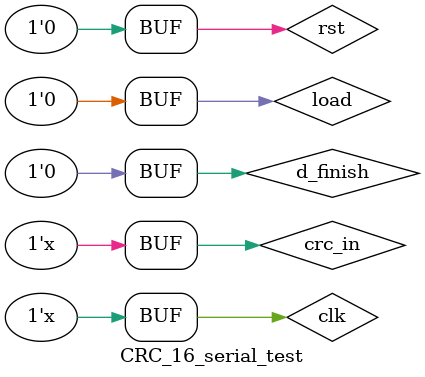
<source format=v>
module CRC_16_serial_test; 
reg clk; 
reg rst; 
reg load; 
reg d_finish; 
reg crc_in; 
wire crc_out;//wire-net data, 1bit 
parameter clk_period = 40; //The clk cycle is 40ns 
  initial
    begin
      $dumpfile("dump.vcd");
      $dumpvars();
    end
initial //initializes the relevant value
begin 
 #clk_period clk = 1; 
 #clk_period rst = 1; 
 #clk_period rst = 0; 
 #clk_period crc_in = 1; // Enter the data to be encoded
 #clk_period load = 1; 
 #clk_period load = 0; 
 #clk_period d_finish = 0; 
 #(80*clk_period) d_finish = 1; 
 #clk_period d_finish = 0; 
end
always #(clk_period/2) clk = ~clk; //Change the power level every 20ns
always #(2*clk_period) crc_in = ~crc_in; // change the input level for the word to be encoded every 80ns 

//Call the serial encoding module
CRC_16_serial u1(.clk(clk), .rst(rst), .load(load), .d_finish(d_finish), .crc_in(crc_in), .crc_out(crc_out)); 

endmodule

</source>
